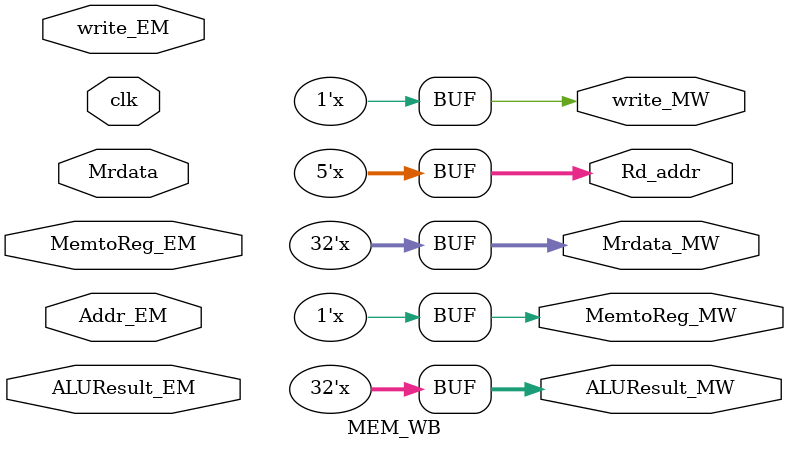
<source format=v>
module MEM_WB (
    input clk,
    //WB
    input write_EM,
    input MemtoReg_EM ,

    output reg write_MW,
    output reg MemtoReg_MW,
    //data
    input [4:0] Addr_EM,
    input [31:0] Mrdata,
    input [31:0] ALUResult_EM,

    output reg [4:0] Rd_addr,
    output reg [31:0] Mrdata_MW,
    output reg [31:0] ALUResult_MW
  );
  reg WB_write;
  reg WB_MemtoReg;
  reg [31:0] D_Mrdata;
  reg [4:0] D_addr;
  reg [31:0] D_ALUResult;
  always @(clk)
  begin
    if (clk)
    begin
      //WB
      WB_write=write_EM;
      WB_MemtoReg=MemtoReg_EM;
      //data
      D_Mrdata=Mrdata;
      D_addr=Addr_EM;
      D_ALUResult=ALUResult_EM;
    end
    else
    begin
      //WB
      write_MW= WB_write;
      MemtoReg_MW=WB_MemtoReg;
      //data
      Mrdata_MW=D_Mrdata;
      Rd_addr=D_addr;
      ALUResult_MW=D_ALUResult;
    end
  end

endmodule

</source>
